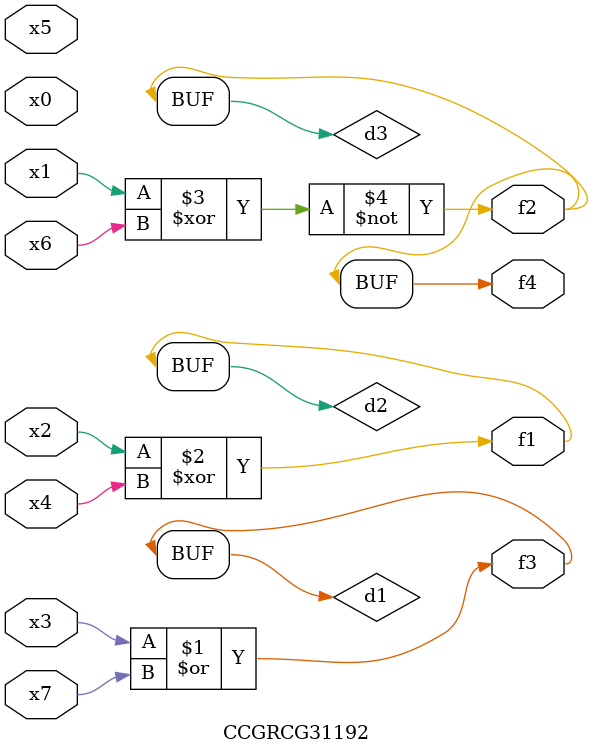
<source format=v>
module CCGRCG31192(
	input x0, x1, x2, x3, x4, x5, x6, x7,
	output f1, f2, f3, f4
);

	wire d1, d2, d3;

	or (d1, x3, x7);
	xor (d2, x2, x4);
	xnor (d3, x1, x6);
	assign f1 = d2;
	assign f2 = d3;
	assign f3 = d1;
	assign f4 = d3;
endmodule

</source>
